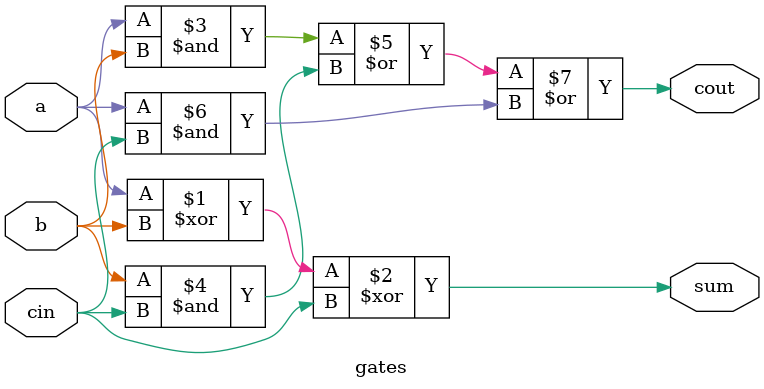
<source format=v>
module gates(input a, input b, input cin, output sum, output cout);
assign sum = a^ b ^cin;
assign cout = (a & b) | (b & cin) | (a & cin);
endmodule

</source>
